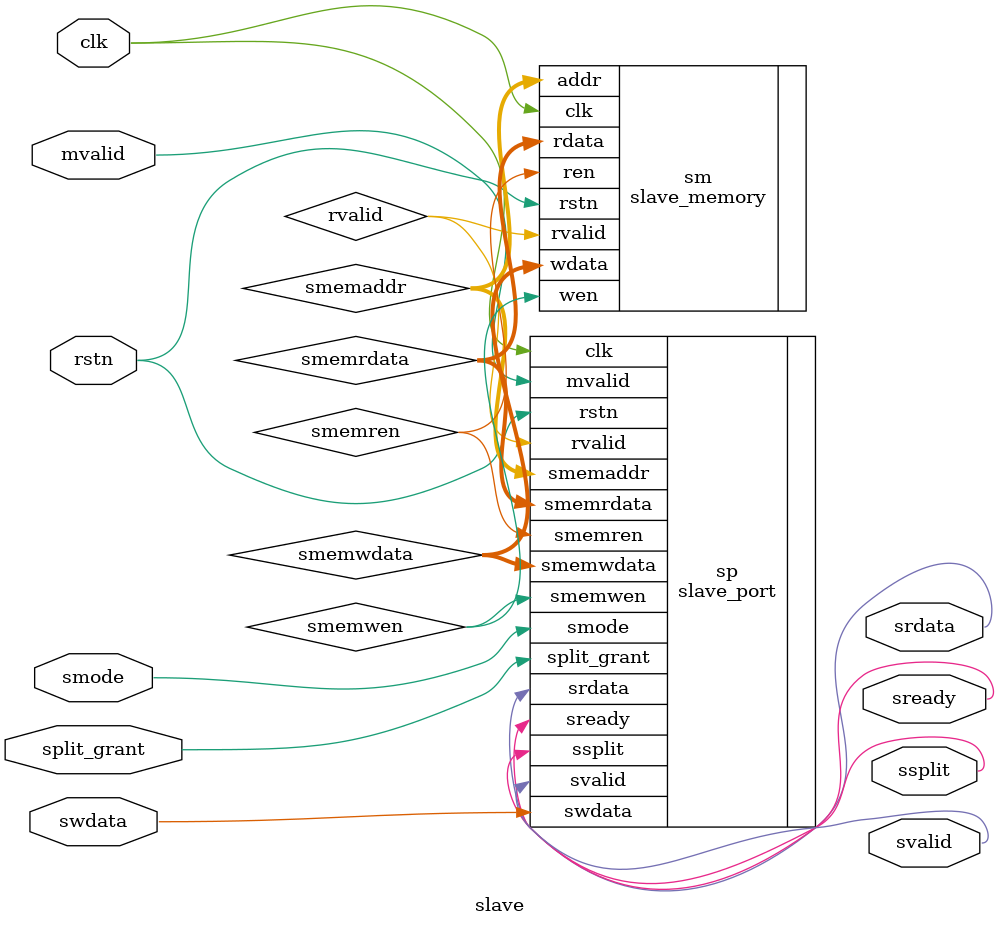
<source format=v>
module slave #(parameter ADDR_WIDTH = 12, DATA_WIDTH = 8, SPLIT_EN = 0, MEM_SIZE = 4096)
(
    input clk, rstn,
    // Signals connecting to serial bus
	input swdata,	// write data and address from master
	output srdata,	// read data to the master
	input smode,	// 0 -  read, 1 - write, from master
	input mvalid,	// wdata valid - (recieving data and address from master)
    input split_grant, // grant bus access in split
	output svalid,	// rdata valid - (sending data from slave)
    output sready, //slave is ready for transaction
    output ssplit
);

	wire [DATA_WIDTH-1:0] smemrdata;
	wire smemwen;
    wire smemren; 
	wire [ADDR_WIDTH-1:0] smemaddr; 
	wire [DATA_WIDTH-1:0] smemwdata;
    wire rvalid;


    slave_port #(
        .ADDR_WIDTH(ADDR_WIDTH),
        .DATA_WIDTH(DATA_WIDTH),
        .SPLIT_EN(SPLIT_EN)
    )sp(
        .clk(clk), 
        .rstn(rstn),
        .smemrdata(smemrdata),
        .rvalid(rvalid),
        .smemwen(smemwen), 
        .smemren(smemren),
        .smemaddr(smemaddr), 
        .smemwdata(smemwdata),
        .swdata(swdata),
        .srdata(srdata),
        .smode(smode),
        .mvalid(mvalid),	
        .split_grant(split_grant),
        .svalid(svalid),	
        .sready(sready),
        .ssplit(ssplit)
    );


    slave_memory #(
        .ADDR_WIDTH(ADDR_WIDTH),
        .DATA_WIDTH(DATA_WIDTH),
        .MEM_SIZE(MEM_SIZE)
    )sm(
        .clk(clk), 
        .rstn(rstn), 
        .wen(smemwen),
        .ren(smemren),
        .addr(smemaddr), 
        .wdata(smemwdata), 
        .rdata(smemrdata),
        .rvalid(rvalid) 
    );

endmodule
</source>
